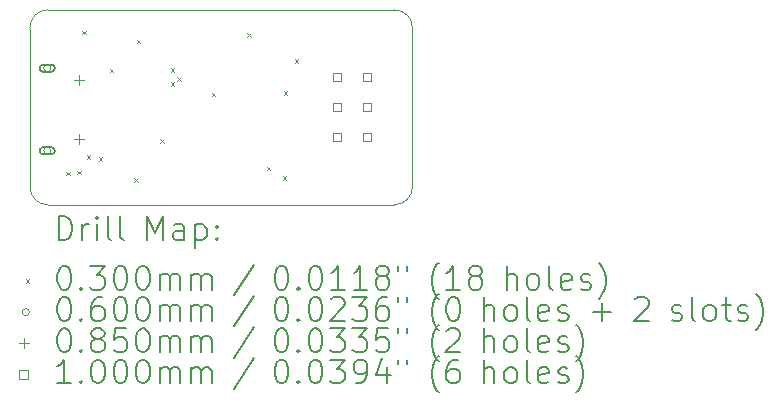
<source format=gbr>
%TF.GenerationSoftware,KiCad,Pcbnew,(7.0.0)*%
%TF.CreationDate,2024-01-19T16:55:20+05:30*%
%TF.ProjectId,Programmer,50726f67-7261-46d6-9d65-722e6b696361,rev?*%
%TF.SameCoordinates,Original*%
%TF.FileFunction,Drillmap*%
%TF.FilePolarity,Positive*%
%FSLAX45Y45*%
G04 Gerber Fmt 4.5, Leading zero omitted, Abs format (unit mm)*
G04 Created by KiCad (PCBNEW (7.0.0)) date 2024-01-19 16:55:20*
%MOMM*%
%LPD*%
G01*
G04 APERTURE LIST*
%ADD10C,0.100000*%
%ADD11C,0.200000*%
%ADD12C,0.030000*%
%ADD13C,0.060000*%
%ADD14C,0.085000*%
G04 APERTURE END LIST*
D10*
X17364897Y-10591807D02*
G75*
G03*
X17517297Y-10439400I-7J152407D01*
G01*
X14278430Y-10439400D02*
G75*
G03*
X14430823Y-10591800I152390J-10D01*
G01*
X14278423Y-10439400D02*
X14278423Y-9093200D01*
X14577060Y-8940800D02*
X14430823Y-8940800D01*
X17517297Y-9093200D02*
X17517297Y-10439400D01*
X14430823Y-8940793D02*
G75*
G03*
X14278423Y-9093200I7J-152407D01*
G01*
X14430823Y-10591800D02*
X17364897Y-10591800D01*
X17517290Y-9093200D02*
G75*
G03*
X17364897Y-8940800I-152390J10D01*
G01*
X17364897Y-8940800D02*
X14577060Y-8940800D01*
D11*
D12*
X14584920Y-10310100D02*
X14614920Y-10340100D01*
X14614920Y-10310100D02*
X14584920Y-10340100D01*
X14678900Y-10305020D02*
X14708900Y-10335020D01*
X14708900Y-10305020D02*
X14678900Y-10335020D01*
X14722080Y-9116300D02*
X14752080Y-9146300D01*
X14752080Y-9116300D02*
X14722080Y-9146300D01*
X14757640Y-10172940D02*
X14787640Y-10202940D01*
X14787640Y-10172940D02*
X14757640Y-10202940D01*
X14861780Y-10188180D02*
X14891780Y-10218180D01*
X14891780Y-10188180D02*
X14861780Y-10218180D01*
X14955760Y-9438880D02*
X14985760Y-9468880D01*
X14985760Y-9438880D02*
X14955760Y-9468880D01*
X15161500Y-10365980D02*
X15191500Y-10395980D01*
X15191500Y-10365980D02*
X15161500Y-10395980D01*
X15181820Y-9192500D02*
X15211820Y-9222500D01*
X15211820Y-9192500D02*
X15181820Y-9222500D01*
X15379940Y-10038320D02*
X15409940Y-10068320D01*
X15409940Y-10038320D02*
X15379940Y-10068320D01*
X15468840Y-9433800D02*
X15498840Y-9463800D01*
X15498840Y-9433800D02*
X15468840Y-9463800D01*
X15468840Y-9555720D02*
X15498840Y-9585720D01*
X15498840Y-9555720D02*
X15468840Y-9585720D01*
X15527260Y-9510000D02*
X15557260Y-9540000D01*
X15557260Y-9510000D02*
X15527260Y-9540000D01*
X15819360Y-9644620D02*
X15849360Y-9674620D01*
X15849360Y-9644620D02*
X15819360Y-9674620D01*
X16116540Y-9139160D02*
X16146540Y-9169160D01*
X16146540Y-9139160D02*
X16116540Y-9169160D01*
X16284180Y-10269460D02*
X16314180Y-10299460D01*
X16314180Y-10269460D02*
X16284180Y-10299460D01*
X16418800Y-10348200D02*
X16448800Y-10378200D01*
X16448800Y-10348200D02*
X16418800Y-10378200D01*
X16428960Y-9631920D02*
X16458960Y-9661920D01*
X16458960Y-9631920D02*
X16428960Y-9661920D01*
X16520400Y-9360140D02*
X16550400Y-9390140D01*
X16550400Y-9360140D02*
X16520400Y-9390140D01*
D13*
X14455370Y-9434080D02*
G75*
G03*
X14455370Y-9434080I-30000J0D01*
G01*
D11*
X14390370Y-9464080D02*
X14460370Y-9464080D01*
X14460370Y-9464080D02*
G75*
G03*
X14460370Y-9404080I0J30000D01*
G01*
X14460370Y-9404080D02*
X14390370Y-9404080D01*
X14390370Y-9404080D02*
G75*
G03*
X14390370Y-9464080I0J-30000D01*
G01*
D13*
X14455370Y-10134080D02*
G75*
G03*
X14455370Y-10134080I-30000J0D01*
G01*
D11*
X14460370Y-10104080D02*
X14390370Y-10104080D01*
X14390370Y-10104080D02*
G75*
G03*
X14390370Y-10164080I0J-30000D01*
G01*
X14390370Y-10164080D02*
X14460370Y-10164080D01*
X14460370Y-10164080D02*
G75*
G03*
X14460370Y-10104080I0J30000D01*
G01*
D14*
X14695370Y-9491580D02*
X14695370Y-9576580D01*
X14652870Y-9534080D02*
X14737870Y-9534080D01*
X14695370Y-9991580D02*
X14695370Y-10076580D01*
X14652870Y-10034080D02*
X14737870Y-10034080D01*
D10*
X16913656Y-9542576D02*
X16913656Y-9471864D01*
X16842944Y-9471864D01*
X16842944Y-9542576D01*
X16913656Y-9542576D01*
X16913656Y-9796576D02*
X16913656Y-9725864D01*
X16842944Y-9725864D01*
X16842944Y-9796576D01*
X16913656Y-9796576D01*
X16913656Y-10050576D02*
X16913656Y-9979864D01*
X16842944Y-9979864D01*
X16842944Y-10050576D01*
X16913656Y-10050576D01*
X17167656Y-9542576D02*
X17167656Y-9471864D01*
X17096944Y-9471864D01*
X17096944Y-9542576D01*
X17167656Y-9542576D01*
X17167656Y-9796576D02*
X17167656Y-9725864D01*
X17096944Y-9725864D01*
X17096944Y-9796576D01*
X17167656Y-9796576D01*
X17167656Y-10050576D02*
X17167656Y-9979864D01*
X17096944Y-9979864D01*
X17096944Y-10050576D01*
X17167656Y-10050576D01*
D11*
X14521042Y-10890276D02*
X14521042Y-10690276D01*
X14521042Y-10690276D02*
X14568661Y-10690276D01*
X14568661Y-10690276D02*
X14597233Y-10699800D01*
X14597233Y-10699800D02*
X14616280Y-10718848D01*
X14616280Y-10718848D02*
X14625804Y-10737895D01*
X14625804Y-10737895D02*
X14635328Y-10775990D01*
X14635328Y-10775990D02*
X14635328Y-10804562D01*
X14635328Y-10804562D02*
X14625804Y-10842657D01*
X14625804Y-10842657D02*
X14616280Y-10861705D01*
X14616280Y-10861705D02*
X14597233Y-10880752D01*
X14597233Y-10880752D02*
X14568661Y-10890276D01*
X14568661Y-10890276D02*
X14521042Y-10890276D01*
X14721042Y-10890276D02*
X14721042Y-10756943D01*
X14721042Y-10795038D02*
X14730566Y-10775990D01*
X14730566Y-10775990D02*
X14740090Y-10766467D01*
X14740090Y-10766467D02*
X14759137Y-10756943D01*
X14759137Y-10756943D02*
X14778185Y-10756943D01*
X14844852Y-10890276D02*
X14844852Y-10756943D01*
X14844852Y-10690276D02*
X14835328Y-10699800D01*
X14835328Y-10699800D02*
X14844852Y-10709324D01*
X14844852Y-10709324D02*
X14854375Y-10699800D01*
X14854375Y-10699800D02*
X14844852Y-10690276D01*
X14844852Y-10690276D02*
X14844852Y-10709324D01*
X14968661Y-10890276D02*
X14949613Y-10880752D01*
X14949613Y-10880752D02*
X14940090Y-10861705D01*
X14940090Y-10861705D02*
X14940090Y-10690276D01*
X15073423Y-10890276D02*
X15054375Y-10880752D01*
X15054375Y-10880752D02*
X15044852Y-10861705D01*
X15044852Y-10861705D02*
X15044852Y-10690276D01*
X15269613Y-10890276D02*
X15269613Y-10690276D01*
X15269613Y-10690276D02*
X15336280Y-10833133D01*
X15336280Y-10833133D02*
X15402947Y-10690276D01*
X15402947Y-10690276D02*
X15402947Y-10890276D01*
X15583899Y-10890276D02*
X15583899Y-10785514D01*
X15583899Y-10785514D02*
X15574375Y-10766467D01*
X15574375Y-10766467D02*
X15555328Y-10756943D01*
X15555328Y-10756943D02*
X15517232Y-10756943D01*
X15517232Y-10756943D02*
X15498185Y-10766467D01*
X15583899Y-10880752D02*
X15564852Y-10890276D01*
X15564852Y-10890276D02*
X15517232Y-10890276D01*
X15517232Y-10890276D02*
X15498185Y-10880752D01*
X15498185Y-10880752D02*
X15488661Y-10861705D01*
X15488661Y-10861705D02*
X15488661Y-10842657D01*
X15488661Y-10842657D02*
X15498185Y-10823610D01*
X15498185Y-10823610D02*
X15517232Y-10814086D01*
X15517232Y-10814086D02*
X15564852Y-10814086D01*
X15564852Y-10814086D02*
X15583899Y-10804562D01*
X15679137Y-10756943D02*
X15679137Y-10956943D01*
X15679137Y-10766467D02*
X15698185Y-10756943D01*
X15698185Y-10756943D02*
X15736280Y-10756943D01*
X15736280Y-10756943D02*
X15755328Y-10766467D01*
X15755328Y-10766467D02*
X15764852Y-10775990D01*
X15764852Y-10775990D02*
X15774375Y-10795038D01*
X15774375Y-10795038D02*
X15774375Y-10852181D01*
X15774375Y-10852181D02*
X15764852Y-10871229D01*
X15764852Y-10871229D02*
X15755328Y-10880752D01*
X15755328Y-10880752D02*
X15736280Y-10890276D01*
X15736280Y-10890276D02*
X15698185Y-10890276D01*
X15698185Y-10890276D02*
X15679137Y-10880752D01*
X15860090Y-10871229D02*
X15869613Y-10880752D01*
X15869613Y-10880752D02*
X15860090Y-10890276D01*
X15860090Y-10890276D02*
X15850566Y-10880752D01*
X15850566Y-10880752D02*
X15860090Y-10871229D01*
X15860090Y-10871229D02*
X15860090Y-10890276D01*
X15860090Y-10766467D02*
X15869613Y-10775990D01*
X15869613Y-10775990D02*
X15860090Y-10785514D01*
X15860090Y-10785514D02*
X15850566Y-10775990D01*
X15850566Y-10775990D02*
X15860090Y-10766467D01*
X15860090Y-10766467D02*
X15860090Y-10785514D01*
D12*
X14243423Y-11221800D02*
X14273423Y-11251800D01*
X14273423Y-11221800D02*
X14243423Y-11251800D01*
D11*
X14559137Y-11110276D02*
X14578185Y-11110276D01*
X14578185Y-11110276D02*
X14597233Y-11119800D01*
X14597233Y-11119800D02*
X14606756Y-11129324D01*
X14606756Y-11129324D02*
X14616280Y-11148371D01*
X14616280Y-11148371D02*
X14625804Y-11186467D01*
X14625804Y-11186467D02*
X14625804Y-11234086D01*
X14625804Y-11234086D02*
X14616280Y-11272181D01*
X14616280Y-11272181D02*
X14606756Y-11291228D01*
X14606756Y-11291228D02*
X14597233Y-11300752D01*
X14597233Y-11300752D02*
X14578185Y-11310276D01*
X14578185Y-11310276D02*
X14559137Y-11310276D01*
X14559137Y-11310276D02*
X14540090Y-11300752D01*
X14540090Y-11300752D02*
X14530566Y-11291228D01*
X14530566Y-11291228D02*
X14521042Y-11272181D01*
X14521042Y-11272181D02*
X14511518Y-11234086D01*
X14511518Y-11234086D02*
X14511518Y-11186467D01*
X14511518Y-11186467D02*
X14521042Y-11148371D01*
X14521042Y-11148371D02*
X14530566Y-11129324D01*
X14530566Y-11129324D02*
X14540090Y-11119800D01*
X14540090Y-11119800D02*
X14559137Y-11110276D01*
X14711518Y-11291228D02*
X14721042Y-11300752D01*
X14721042Y-11300752D02*
X14711518Y-11310276D01*
X14711518Y-11310276D02*
X14701994Y-11300752D01*
X14701994Y-11300752D02*
X14711518Y-11291228D01*
X14711518Y-11291228D02*
X14711518Y-11310276D01*
X14787709Y-11110276D02*
X14911518Y-11110276D01*
X14911518Y-11110276D02*
X14844852Y-11186467D01*
X14844852Y-11186467D02*
X14873423Y-11186467D01*
X14873423Y-11186467D02*
X14892471Y-11195990D01*
X14892471Y-11195990D02*
X14901994Y-11205514D01*
X14901994Y-11205514D02*
X14911518Y-11224562D01*
X14911518Y-11224562D02*
X14911518Y-11272181D01*
X14911518Y-11272181D02*
X14901994Y-11291228D01*
X14901994Y-11291228D02*
X14892471Y-11300752D01*
X14892471Y-11300752D02*
X14873423Y-11310276D01*
X14873423Y-11310276D02*
X14816280Y-11310276D01*
X14816280Y-11310276D02*
X14797233Y-11300752D01*
X14797233Y-11300752D02*
X14787709Y-11291228D01*
X15035328Y-11110276D02*
X15054375Y-11110276D01*
X15054375Y-11110276D02*
X15073423Y-11119800D01*
X15073423Y-11119800D02*
X15082947Y-11129324D01*
X15082947Y-11129324D02*
X15092471Y-11148371D01*
X15092471Y-11148371D02*
X15101994Y-11186467D01*
X15101994Y-11186467D02*
X15101994Y-11234086D01*
X15101994Y-11234086D02*
X15092471Y-11272181D01*
X15092471Y-11272181D02*
X15082947Y-11291228D01*
X15082947Y-11291228D02*
X15073423Y-11300752D01*
X15073423Y-11300752D02*
X15054375Y-11310276D01*
X15054375Y-11310276D02*
X15035328Y-11310276D01*
X15035328Y-11310276D02*
X15016280Y-11300752D01*
X15016280Y-11300752D02*
X15006756Y-11291228D01*
X15006756Y-11291228D02*
X14997233Y-11272181D01*
X14997233Y-11272181D02*
X14987709Y-11234086D01*
X14987709Y-11234086D02*
X14987709Y-11186467D01*
X14987709Y-11186467D02*
X14997233Y-11148371D01*
X14997233Y-11148371D02*
X15006756Y-11129324D01*
X15006756Y-11129324D02*
X15016280Y-11119800D01*
X15016280Y-11119800D02*
X15035328Y-11110276D01*
X15225804Y-11110276D02*
X15244852Y-11110276D01*
X15244852Y-11110276D02*
X15263899Y-11119800D01*
X15263899Y-11119800D02*
X15273423Y-11129324D01*
X15273423Y-11129324D02*
X15282947Y-11148371D01*
X15282947Y-11148371D02*
X15292471Y-11186467D01*
X15292471Y-11186467D02*
X15292471Y-11234086D01*
X15292471Y-11234086D02*
X15282947Y-11272181D01*
X15282947Y-11272181D02*
X15273423Y-11291228D01*
X15273423Y-11291228D02*
X15263899Y-11300752D01*
X15263899Y-11300752D02*
X15244852Y-11310276D01*
X15244852Y-11310276D02*
X15225804Y-11310276D01*
X15225804Y-11310276D02*
X15206756Y-11300752D01*
X15206756Y-11300752D02*
X15197233Y-11291228D01*
X15197233Y-11291228D02*
X15187709Y-11272181D01*
X15187709Y-11272181D02*
X15178185Y-11234086D01*
X15178185Y-11234086D02*
X15178185Y-11186467D01*
X15178185Y-11186467D02*
X15187709Y-11148371D01*
X15187709Y-11148371D02*
X15197233Y-11129324D01*
X15197233Y-11129324D02*
X15206756Y-11119800D01*
X15206756Y-11119800D02*
X15225804Y-11110276D01*
X15378185Y-11310276D02*
X15378185Y-11176943D01*
X15378185Y-11195990D02*
X15387709Y-11186467D01*
X15387709Y-11186467D02*
X15406756Y-11176943D01*
X15406756Y-11176943D02*
X15435328Y-11176943D01*
X15435328Y-11176943D02*
X15454375Y-11186467D01*
X15454375Y-11186467D02*
X15463899Y-11205514D01*
X15463899Y-11205514D02*
X15463899Y-11310276D01*
X15463899Y-11205514D02*
X15473423Y-11186467D01*
X15473423Y-11186467D02*
X15492471Y-11176943D01*
X15492471Y-11176943D02*
X15521042Y-11176943D01*
X15521042Y-11176943D02*
X15540090Y-11186467D01*
X15540090Y-11186467D02*
X15549614Y-11205514D01*
X15549614Y-11205514D02*
X15549614Y-11310276D01*
X15644852Y-11310276D02*
X15644852Y-11176943D01*
X15644852Y-11195990D02*
X15654375Y-11186467D01*
X15654375Y-11186467D02*
X15673423Y-11176943D01*
X15673423Y-11176943D02*
X15701995Y-11176943D01*
X15701995Y-11176943D02*
X15721042Y-11186467D01*
X15721042Y-11186467D02*
X15730566Y-11205514D01*
X15730566Y-11205514D02*
X15730566Y-11310276D01*
X15730566Y-11205514D02*
X15740090Y-11186467D01*
X15740090Y-11186467D02*
X15759137Y-11176943D01*
X15759137Y-11176943D02*
X15787709Y-11176943D01*
X15787709Y-11176943D02*
X15806756Y-11186467D01*
X15806756Y-11186467D02*
X15816280Y-11205514D01*
X15816280Y-11205514D02*
X15816280Y-11310276D01*
X16174375Y-11100752D02*
X16002947Y-11357895D01*
X16399137Y-11110276D02*
X16418185Y-11110276D01*
X16418185Y-11110276D02*
X16437233Y-11119800D01*
X16437233Y-11119800D02*
X16446756Y-11129324D01*
X16446756Y-11129324D02*
X16456280Y-11148371D01*
X16456280Y-11148371D02*
X16465804Y-11186467D01*
X16465804Y-11186467D02*
X16465804Y-11234086D01*
X16465804Y-11234086D02*
X16456280Y-11272181D01*
X16456280Y-11272181D02*
X16446756Y-11291228D01*
X16446756Y-11291228D02*
X16437233Y-11300752D01*
X16437233Y-11300752D02*
X16418185Y-11310276D01*
X16418185Y-11310276D02*
X16399137Y-11310276D01*
X16399137Y-11310276D02*
X16380090Y-11300752D01*
X16380090Y-11300752D02*
X16370566Y-11291228D01*
X16370566Y-11291228D02*
X16361042Y-11272181D01*
X16361042Y-11272181D02*
X16351518Y-11234086D01*
X16351518Y-11234086D02*
X16351518Y-11186467D01*
X16351518Y-11186467D02*
X16361042Y-11148371D01*
X16361042Y-11148371D02*
X16370566Y-11129324D01*
X16370566Y-11129324D02*
X16380090Y-11119800D01*
X16380090Y-11119800D02*
X16399137Y-11110276D01*
X16551518Y-11291228D02*
X16561042Y-11300752D01*
X16561042Y-11300752D02*
X16551518Y-11310276D01*
X16551518Y-11310276D02*
X16541995Y-11300752D01*
X16541995Y-11300752D02*
X16551518Y-11291228D01*
X16551518Y-11291228D02*
X16551518Y-11310276D01*
X16684852Y-11110276D02*
X16703899Y-11110276D01*
X16703899Y-11110276D02*
X16722947Y-11119800D01*
X16722947Y-11119800D02*
X16732471Y-11129324D01*
X16732471Y-11129324D02*
X16741995Y-11148371D01*
X16741995Y-11148371D02*
X16751518Y-11186467D01*
X16751518Y-11186467D02*
X16751518Y-11234086D01*
X16751518Y-11234086D02*
X16741995Y-11272181D01*
X16741995Y-11272181D02*
X16732471Y-11291228D01*
X16732471Y-11291228D02*
X16722947Y-11300752D01*
X16722947Y-11300752D02*
X16703899Y-11310276D01*
X16703899Y-11310276D02*
X16684852Y-11310276D01*
X16684852Y-11310276D02*
X16665804Y-11300752D01*
X16665804Y-11300752D02*
X16656280Y-11291228D01*
X16656280Y-11291228D02*
X16646756Y-11272181D01*
X16646756Y-11272181D02*
X16637233Y-11234086D01*
X16637233Y-11234086D02*
X16637233Y-11186467D01*
X16637233Y-11186467D02*
X16646756Y-11148371D01*
X16646756Y-11148371D02*
X16656280Y-11129324D01*
X16656280Y-11129324D02*
X16665804Y-11119800D01*
X16665804Y-11119800D02*
X16684852Y-11110276D01*
X16941995Y-11310276D02*
X16827709Y-11310276D01*
X16884852Y-11310276D02*
X16884852Y-11110276D01*
X16884852Y-11110276D02*
X16865804Y-11138848D01*
X16865804Y-11138848D02*
X16846757Y-11157895D01*
X16846757Y-11157895D02*
X16827709Y-11167419D01*
X17132471Y-11310276D02*
X17018185Y-11310276D01*
X17075328Y-11310276D02*
X17075328Y-11110276D01*
X17075328Y-11110276D02*
X17056280Y-11138848D01*
X17056280Y-11138848D02*
X17037233Y-11157895D01*
X17037233Y-11157895D02*
X17018185Y-11167419D01*
X17246757Y-11195990D02*
X17227709Y-11186467D01*
X17227709Y-11186467D02*
X17218185Y-11176943D01*
X17218185Y-11176943D02*
X17208661Y-11157895D01*
X17208661Y-11157895D02*
X17208661Y-11148371D01*
X17208661Y-11148371D02*
X17218185Y-11129324D01*
X17218185Y-11129324D02*
X17227709Y-11119800D01*
X17227709Y-11119800D02*
X17246757Y-11110276D01*
X17246757Y-11110276D02*
X17284852Y-11110276D01*
X17284852Y-11110276D02*
X17303899Y-11119800D01*
X17303899Y-11119800D02*
X17313423Y-11129324D01*
X17313423Y-11129324D02*
X17322947Y-11148371D01*
X17322947Y-11148371D02*
X17322947Y-11157895D01*
X17322947Y-11157895D02*
X17313423Y-11176943D01*
X17313423Y-11176943D02*
X17303899Y-11186467D01*
X17303899Y-11186467D02*
X17284852Y-11195990D01*
X17284852Y-11195990D02*
X17246757Y-11195990D01*
X17246757Y-11195990D02*
X17227709Y-11205514D01*
X17227709Y-11205514D02*
X17218185Y-11215038D01*
X17218185Y-11215038D02*
X17208661Y-11234086D01*
X17208661Y-11234086D02*
X17208661Y-11272181D01*
X17208661Y-11272181D02*
X17218185Y-11291228D01*
X17218185Y-11291228D02*
X17227709Y-11300752D01*
X17227709Y-11300752D02*
X17246757Y-11310276D01*
X17246757Y-11310276D02*
X17284852Y-11310276D01*
X17284852Y-11310276D02*
X17303899Y-11300752D01*
X17303899Y-11300752D02*
X17313423Y-11291228D01*
X17313423Y-11291228D02*
X17322947Y-11272181D01*
X17322947Y-11272181D02*
X17322947Y-11234086D01*
X17322947Y-11234086D02*
X17313423Y-11215038D01*
X17313423Y-11215038D02*
X17303899Y-11205514D01*
X17303899Y-11205514D02*
X17284852Y-11195990D01*
X17399138Y-11110276D02*
X17399138Y-11148371D01*
X17475328Y-11110276D02*
X17475328Y-11148371D01*
X17738185Y-11386467D02*
X17728661Y-11376943D01*
X17728661Y-11376943D02*
X17709614Y-11348371D01*
X17709614Y-11348371D02*
X17700090Y-11329324D01*
X17700090Y-11329324D02*
X17690566Y-11300752D01*
X17690566Y-11300752D02*
X17681042Y-11253133D01*
X17681042Y-11253133D02*
X17681042Y-11215038D01*
X17681042Y-11215038D02*
X17690566Y-11167419D01*
X17690566Y-11167419D02*
X17700090Y-11138848D01*
X17700090Y-11138848D02*
X17709614Y-11119800D01*
X17709614Y-11119800D02*
X17728661Y-11091229D01*
X17728661Y-11091229D02*
X17738185Y-11081705D01*
X17919138Y-11310276D02*
X17804852Y-11310276D01*
X17861995Y-11310276D02*
X17861995Y-11110276D01*
X17861995Y-11110276D02*
X17842947Y-11138848D01*
X17842947Y-11138848D02*
X17823899Y-11157895D01*
X17823899Y-11157895D02*
X17804852Y-11167419D01*
X18033423Y-11195990D02*
X18014376Y-11186467D01*
X18014376Y-11186467D02*
X18004852Y-11176943D01*
X18004852Y-11176943D02*
X17995328Y-11157895D01*
X17995328Y-11157895D02*
X17995328Y-11148371D01*
X17995328Y-11148371D02*
X18004852Y-11129324D01*
X18004852Y-11129324D02*
X18014376Y-11119800D01*
X18014376Y-11119800D02*
X18033423Y-11110276D01*
X18033423Y-11110276D02*
X18071519Y-11110276D01*
X18071519Y-11110276D02*
X18090566Y-11119800D01*
X18090566Y-11119800D02*
X18100090Y-11129324D01*
X18100090Y-11129324D02*
X18109614Y-11148371D01*
X18109614Y-11148371D02*
X18109614Y-11157895D01*
X18109614Y-11157895D02*
X18100090Y-11176943D01*
X18100090Y-11176943D02*
X18090566Y-11186467D01*
X18090566Y-11186467D02*
X18071519Y-11195990D01*
X18071519Y-11195990D02*
X18033423Y-11195990D01*
X18033423Y-11195990D02*
X18014376Y-11205514D01*
X18014376Y-11205514D02*
X18004852Y-11215038D01*
X18004852Y-11215038D02*
X17995328Y-11234086D01*
X17995328Y-11234086D02*
X17995328Y-11272181D01*
X17995328Y-11272181D02*
X18004852Y-11291228D01*
X18004852Y-11291228D02*
X18014376Y-11300752D01*
X18014376Y-11300752D02*
X18033423Y-11310276D01*
X18033423Y-11310276D02*
X18071519Y-11310276D01*
X18071519Y-11310276D02*
X18090566Y-11300752D01*
X18090566Y-11300752D02*
X18100090Y-11291228D01*
X18100090Y-11291228D02*
X18109614Y-11272181D01*
X18109614Y-11272181D02*
X18109614Y-11234086D01*
X18109614Y-11234086D02*
X18100090Y-11215038D01*
X18100090Y-11215038D02*
X18090566Y-11205514D01*
X18090566Y-11205514D02*
X18071519Y-11195990D01*
X18315328Y-11310276D02*
X18315328Y-11110276D01*
X18401042Y-11310276D02*
X18401042Y-11205514D01*
X18401042Y-11205514D02*
X18391519Y-11186467D01*
X18391519Y-11186467D02*
X18372471Y-11176943D01*
X18372471Y-11176943D02*
X18343899Y-11176943D01*
X18343899Y-11176943D02*
X18324852Y-11186467D01*
X18324852Y-11186467D02*
X18315328Y-11195990D01*
X18524852Y-11310276D02*
X18505804Y-11300752D01*
X18505804Y-11300752D02*
X18496280Y-11291228D01*
X18496280Y-11291228D02*
X18486757Y-11272181D01*
X18486757Y-11272181D02*
X18486757Y-11215038D01*
X18486757Y-11215038D02*
X18496280Y-11195990D01*
X18496280Y-11195990D02*
X18505804Y-11186467D01*
X18505804Y-11186467D02*
X18524852Y-11176943D01*
X18524852Y-11176943D02*
X18553423Y-11176943D01*
X18553423Y-11176943D02*
X18572471Y-11186467D01*
X18572471Y-11186467D02*
X18581995Y-11195990D01*
X18581995Y-11195990D02*
X18591519Y-11215038D01*
X18591519Y-11215038D02*
X18591519Y-11272181D01*
X18591519Y-11272181D02*
X18581995Y-11291228D01*
X18581995Y-11291228D02*
X18572471Y-11300752D01*
X18572471Y-11300752D02*
X18553423Y-11310276D01*
X18553423Y-11310276D02*
X18524852Y-11310276D01*
X18705804Y-11310276D02*
X18686757Y-11300752D01*
X18686757Y-11300752D02*
X18677233Y-11281705D01*
X18677233Y-11281705D02*
X18677233Y-11110276D01*
X18858185Y-11300752D02*
X18839138Y-11310276D01*
X18839138Y-11310276D02*
X18801042Y-11310276D01*
X18801042Y-11310276D02*
X18781995Y-11300752D01*
X18781995Y-11300752D02*
X18772471Y-11281705D01*
X18772471Y-11281705D02*
X18772471Y-11205514D01*
X18772471Y-11205514D02*
X18781995Y-11186467D01*
X18781995Y-11186467D02*
X18801042Y-11176943D01*
X18801042Y-11176943D02*
X18839138Y-11176943D01*
X18839138Y-11176943D02*
X18858185Y-11186467D01*
X18858185Y-11186467D02*
X18867709Y-11205514D01*
X18867709Y-11205514D02*
X18867709Y-11224562D01*
X18867709Y-11224562D02*
X18772471Y-11243609D01*
X18943900Y-11300752D02*
X18962947Y-11310276D01*
X18962947Y-11310276D02*
X19001042Y-11310276D01*
X19001042Y-11310276D02*
X19020090Y-11300752D01*
X19020090Y-11300752D02*
X19029614Y-11281705D01*
X19029614Y-11281705D02*
X19029614Y-11272181D01*
X19029614Y-11272181D02*
X19020090Y-11253133D01*
X19020090Y-11253133D02*
X19001042Y-11243609D01*
X19001042Y-11243609D02*
X18972471Y-11243609D01*
X18972471Y-11243609D02*
X18953423Y-11234086D01*
X18953423Y-11234086D02*
X18943900Y-11215038D01*
X18943900Y-11215038D02*
X18943900Y-11205514D01*
X18943900Y-11205514D02*
X18953423Y-11186467D01*
X18953423Y-11186467D02*
X18972471Y-11176943D01*
X18972471Y-11176943D02*
X19001042Y-11176943D01*
X19001042Y-11176943D02*
X19020090Y-11186467D01*
X19096281Y-11386467D02*
X19105804Y-11376943D01*
X19105804Y-11376943D02*
X19124852Y-11348371D01*
X19124852Y-11348371D02*
X19134376Y-11329324D01*
X19134376Y-11329324D02*
X19143900Y-11300752D01*
X19143900Y-11300752D02*
X19153423Y-11253133D01*
X19153423Y-11253133D02*
X19153423Y-11215038D01*
X19153423Y-11215038D02*
X19143900Y-11167419D01*
X19143900Y-11167419D02*
X19134376Y-11138848D01*
X19134376Y-11138848D02*
X19124852Y-11119800D01*
X19124852Y-11119800D02*
X19105804Y-11091229D01*
X19105804Y-11091229D02*
X19096281Y-11081705D01*
D13*
X14273423Y-11500800D02*
G75*
G03*
X14273423Y-11500800I-30000J0D01*
G01*
D11*
X14559137Y-11374276D02*
X14578185Y-11374276D01*
X14578185Y-11374276D02*
X14597233Y-11383800D01*
X14597233Y-11383800D02*
X14606756Y-11393324D01*
X14606756Y-11393324D02*
X14616280Y-11412371D01*
X14616280Y-11412371D02*
X14625804Y-11450467D01*
X14625804Y-11450467D02*
X14625804Y-11498086D01*
X14625804Y-11498086D02*
X14616280Y-11536181D01*
X14616280Y-11536181D02*
X14606756Y-11555228D01*
X14606756Y-11555228D02*
X14597233Y-11564752D01*
X14597233Y-11564752D02*
X14578185Y-11574276D01*
X14578185Y-11574276D02*
X14559137Y-11574276D01*
X14559137Y-11574276D02*
X14540090Y-11564752D01*
X14540090Y-11564752D02*
X14530566Y-11555228D01*
X14530566Y-11555228D02*
X14521042Y-11536181D01*
X14521042Y-11536181D02*
X14511518Y-11498086D01*
X14511518Y-11498086D02*
X14511518Y-11450467D01*
X14511518Y-11450467D02*
X14521042Y-11412371D01*
X14521042Y-11412371D02*
X14530566Y-11393324D01*
X14530566Y-11393324D02*
X14540090Y-11383800D01*
X14540090Y-11383800D02*
X14559137Y-11374276D01*
X14711518Y-11555228D02*
X14721042Y-11564752D01*
X14721042Y-11564752D02*
X14711518Y-11574276D01*
X14711518Y-11574276D02*
X14701994Y-11564752D01*
X14701994Y-11564752D02*
X14711518Y-11555228D01*
X14711518Y-11555228D02*
X14711518Y-11574276D01*
X14892471Y-11374276D02*
X14854375Y-11374276D01*
X14854375Y-11374276D02*
X14835328Y-11383800D01*
X14835328Y-11383800D02*
X14825804Y-11393324D01*
X14825804Y-11393324D02*
X14806756Y-11421895D01*
X14806756Y-11421895D02*
X14797233Y-11459990D01*
X14797233Y-11459990D02*
X14797233Y-11536181D01*
X14797233Y-11536181D02*
X14806756Y-11555228D01*
X14806756Y-11555228D02*
X14816280Y-11564752D01*
X14816280Y-11564752D02*
X14835328Y-11574276D01*
X14835328Y-11574276D02*
X14873423Y-11574276D01*
X14873423Y-11574276D02*
X14892471Y-11564752D01*
X14892471Y-11564752D02*
X14901994Y-11555228D01*
X14901994Y-11555228D02*
X14911518Y-11536181D01*
X14911518Y-11536181D02*
X14911518Y-11488562D01*
X14911518Y-11488562D02*
X14901994Y-11469514D01*
X14901994Y-11469514D02*
X14892471Y-11459990D01*
X14892471Y-11459990D02*
X14873423Y-11450467D01*
X14873423Y-11450467D02*
X14835328Y-11450467D01*
X14835328Y-11450467D02*
X14816280Y-11459990D01*
X14816280Y-11459990D02*
X14806756Y-11469514D01*
X14806756Y-11469514D02*
X14797233Y-11488562D01*
X15035328Y-11374276D02*
X15054375Y-11374276D01*
X15054375Y-11374276D02*
X15073423Y-11383800D01*
X15073423Y-11383800D02*
X15082947Y-11393324D01*
X15082947Y-11393324D02*
X15092471Y-11412371D01*
X15092471Y-11412371D02*
X15101994Y-11450467D01*
X15101994Y-11450467D02*
X15101994Y-11498086D01*
X15101994Y-11498086D02*
X15092471Y-11536181D01*
X15092471Y-11536181D02*
X15082947Y-11555228D01*
X15082947Y-11555228D02*
X15073423Y-11564752D01*
X15073423Y-11564752D02*
X15054375Y-11574276D01*
X15054375Y-11574276D02*
X15035328Y-11574276D01*
X15035328Y-11574276D02*
X15016280Y-11564752D01*
X15016280Y-11564752D02*
X15006756Y-11555228D01*
X15006756Y-11555228D02*
X14997233Y-11536181D01*
X14997233Y-11536181D02*
X14987709Y-11498086D01*
X14987709Y-11498086D02*
X14987709Y-11450467D01*
X14987709Y-11450467D02*
X14997233Y-11412371D01*
X14997233Y-11412371D02*
X15006756Y-11393324D01*
X15006756Y-11393324D02*
X15016280Y-11383800D01*
X15016280Y-11383800D02*
X15035328Y-11374276D01*
X15225804Y-11374276D02*
X15244852Y-11374276D01*
X15244852Y-11374276D02*
X15263899Y-11383800D01*
X15263899Y-11383800D02*
X15273423Y-11393324D01*
X15273423Y-11393324D02*
X15282947Y-11412371D01*
X15282947Y-11412371D02*
X15292471Y-11450467D01*
X15292471Y-11450467D02*
X15292471Y-11498086D01*
X15292471Y-11498086D02*
X15282947Y-11536181D01*
X15282947Y-11536181D02*
X15273423Y-11555228D01*
X15273423Y-11555228D02*
X15263899Y-11564752D01*
X15263899Y-11564752D02*
X15244852Y-11574276D01*
X15244852Y-11574276D02*
X15225804Y-11574276D01*
X15225804Y-11574276D02*
X15206756Y-11564752D01*
X15206756Y-11564752D02*
X15197233Y-11555228D01*
X15197233Y-11555228D02*
X15187709Y-11536181D01*
X15187709Y-11536181D02*
X15178185Y-11498086D01*
X15178185Y-11498086D02*
X15178185Y-11450467D01*
X15178185Y-11450467D02*
X15187709Y-11412371D01*
X15187709Y-11412371D02*
X15197233Y-11393324D01*
X15197233Y-11393324D02*
X15206756Y-11383800D01*
X15206756Y-11383800D02*
X15225804Y-11374276D01*
X15378185Y-11574276D02*
X15378185Y-11440943D01*
X15378185Y-11459990D02*
X15387709Y-11450467D01*
X15387709Y-11450467D02*
X15406756Y-11440943D01*
X15406756Y-11440943D02*
X15435328Y-11440943D01*
X15435328Y-11440943D02*
X15454375Y-11450467D01*
X15454375Y-11450467D02*
X15463899Y-11469514D01*
X15463899Y-11469514D02*
X15463899Y-11574276D01*
X15463899Y-11469514D02*
X15473423Y-11450467D01*
X15473423Y-11450467D02*
X15492471Y-11440943D01*
X15492471Y-11440943D02*
X15521042Y-11440943D01*
X15521042Y-11440943D02*
X15540090Y-11450467D01*
X15540090Y-11450467D02*
X15549614Y-11469514D01*
X15549614Y-11469514D02*
X15549614Y-11574276D01*
X15644852Y-11574276D02*
X15644852Y-11440943D01*
X15644852Y-11459990D02*
X15654375Y-11450467D01*
X15654375Y-11450467D02*
X15673423Y-11440943D01*
X15673423Y-11440943D02*
X15701995Y-11440943D01*
X15701995Y-11440943D02*
X15721042Y-11450467D01*
X15721042Y-11450467D02*
X15730566Y-11469514D01*
X15730566Y-11469514D02*
X15730566Y-11574276D01*
X15730566Y-11469514D02*
X15740090Y-11450467D01*
X15740090Y-11450467D02*
X15759137Y-11440943D01*
X15759137Y-11440943D02*
X15787709Y-11440943D01*
X15787709Y-11440943D02*
X15806756Y-11450467D01*
X15806756Y-11450467D02*
X15816280Y-11469514D01*
X15816280Y-11469514D02*
X15816280Y-11574276D01*
X16174375Y-11364752D02*
X16002947Y-11621895D01*
X16399137Y-11374276D02*
X16418185Y-11374276D01*
X16418185Y-11374276D02*
X16437233Y-11383800D01*
X16437233Y-11383800D02*
X16446756Y-11393324D01*
X16446756Y-11393324D02*
X16456280Y-11412371D01*
X16456280Y-11412371D02*
X16465804Y-11450467D01*
X16465804Y-11450467D02*
X16465804Y-11498086D01*
X16465804Y-11498086D02*
X16456280Y-11536181D01*
X16456280Y-11536181D02*
X16446756Y-11555228D01*
X16446756Y-11555228D02*
X16437233Y-11564752D01*
X16437233Y-11564752D02*
X16418185Y-11574276D01*
X16418185Y-11574276D02*
X16399137Y-11574276D01*
X16399137Y-11574276D02*
X16380090Y-11564752D01*
X16380090Y-11564752D02*
X16370566Y-11555228D01*
X16370566Y-11555228D02*
X16361042Y-11536181D01*
X16361042Y-11536181D02*
X16351518Y-11498086D01*
X16351518Y-11498086D02*
X16351518Y-11450467D01*
X16351518Y-11450467D02*
X16361042Y-11412371D01*
X16361042Y-11412371D02*
X16370566Y-11393324D01*
X16370566Y-11393324D02*
X16380090Y-11383800D01*
X16380090Y-11383800D02*
X16399137Y-11374276D01*
X16551518Y-11555228D02*
X16561042Y-11564752D01*
X16561042Y-11564752D02*
X16551518Y-11574276D01*
X16551518Y-11574276D02*
X16541995Y-11564752D01*
X16541995Y-11564752D02*
X16551518Y-11555228D01*
X16551518Y-11555228D02*
X16551518Y-11574276D01*
X16684852Y-11374276D02*
X16703899Y-11374276D01*
X16703899Y-11374276D02*
X16722947Y-11383800D01*
X16722947Y-11383800D02*
X16732471Y-11393324D01*
X16732471Y-11393324D02*
X16741995Y-11412371D01*
X16741995Y-11412371D02*
X16751518Y-11450467D01*
X16751518Y-11450467D02*
X16751518Y-11498086D01*
X16751518Y-11498086D02*
X16741995Y-11536181D01*
X16741995Y-11536181D02*
X16732471Y-11555228D01*
X16732471Y-11555228D02*
X16722947Y-11564752D01*
X16722947Y-11564752D02*
X16703899Y-11574276D01*
X16703899Y-11574276D02*
X16684852Y-11574276D01*
X16684852Y-11574276D02*
X16665804Y-11564752D01*
X16665804Y-11564752D02*
X16656280Y-11555228D01*
X16656280Y-11555228D02*
X16646756Y-11536181D01*
X16646756Y-11536181D02*
X16637233Y-11498086D01*
X16637233Y-11498086D02*
X16637233Y-11450467D01*
X16637233Y-11450467D02*
X16646756Y-11412371D01*
X16646756Y-11412371D02*
X16656280Y-11393324D01*
X16656280Y-11393324D02*
X16665804Y-11383800D01*
X16665804Y-11383800D02*
X16684852Y-11374276D01*
X16827709Y-11393324D02*
X16837233Y-11383800D01*
X16837233Y-11383800D02*
X16856280Y-11374276D01*
X16856280Y-11374276D02*
X16903899Y-11374276D01*
X16903899Y-11374276D02*
X16922947Y-11383800D01*
X16922947Y-11383800D02*
X16932471Y-11393324D01*
X16932471Y-11393324D02*
X16941995Y-11412371D01*
X16941995Y-11412371D02*
X16941995Y-11431419D01*
X16941995Y-11431419D02*
X16932471Y-11459990D01*
X16932471Y-11459990D02*
X16818185Y-11574276D01*
X16818185Y-11574276D02*
X16941995Y-11574276D01*
X17008661Y-11374276D02*
X17132471Y-11374276D01*
X17132471Y-11374276D02*
X17065804Y-11450467D01*
X17065804Y-11450467D02*
X17094376Y-11450467D01*
X17094376Y-11450467D02*
X17113423Y-11459990D01*
X17113423Y-11459990D02*
X17122947Y-11469514D01*
X17122947Y-11469514D02*
X17132471Y-11488562D01*
X17132471Y-11488562D02*
X17132471Y-11536181D01*
X17132471Y-11536181D02*
X17122947Y-11555228D01*
X17122947Y-11555228D02*
X17113423Y-11564752D01*
X17113423Y-11564752D02*
X17094376Y-11574276D01*
X17094376Y-11574276D02*
X17037233Y-11574276D01*
X17037233Y-11574276D02*
X17018185Y-11564752D01*
X17018185Y-11564752D02*
X17008661Y-11555228D01*
X17303899Y-11374276D02*
X17265804Y-11374276D01*
X17265804Y-11374276D02*
X17246757Y-11383800D01*
X17246757Y-11383800D02*
X17237233Y-11393324D01*
X17237233Y-11393324D02*
X17218185Y-11421895D01*
X17218185Y-11421895D02*
X17208661Y-11459990D01*
X17208661Y-11459990D02*
X17208661Y-11536181D01*
X17208661Y-11536181D02*
X17218185Y-11555228D01*
X17218185Y-11555228D02*
X17227709Y-11564752D01*
X17227709Y-11564752D02*
X17246757Y-11574276D01*
X17246757Y-11574276D02*
X17284852Y-11574276D01*
X17284852Y-11574276D02*
X17303899Y-11564752D01*
X17303899Y-11564752D02*
X17313423Y-11555228D01*
X17313423Y-11555228D02*
X17322947Y-11536181D01*
X17322947Y-11536181D02*
X17322947Y-11488562D01*
X17322947Y-11488562D02*
X17313423Y-11469514D01*
X17313423Y-11469514D02*
X17303899Y-11459990D01*
X17303899Y-11459990D02*
X17284852Y-11450467D01*
X17284852Y-11450467D02*
X17246757Y-11450467D01*
X17246757Y-11450467D02*
X17227709Y-11459990D01*
X17227709Y-11459990D02*
X17218185Y-11469514D01*
X17218185Y-11469514D02*
X17208661Y-11488562D01*
X17399138Y-11374276D02*
X17399138Y-11412371D01*
X17475328Y-11374276D02*
X17475328Y-11412371D01*
X17738185Y-11650467D02*
X17728661Y-11640943D01*
X17728661Y-11640943D02*
X17709614Y-11612371D01*
X17709614Y-11612371D02*
X17700090Y-11593324D01*
X17700090Y-11593324D02*
X17690566Y-11564752D01*
X17690566Y-11564752D02*
X17681042Y-11517133D01*
X17681042Y-11517133D02*
X17681042Y-11479038D01*
X17681042Y-11479038D02*
X17690566Y-11431419D01*
X17690566Y-11431419D02*
X17700090Y-11402848D01*
X17700090Y-11402848D02*
X17709614Y-11383800D01*
X17709614Y-11383800D02*
X17728661Y-11355228D01*
X17728661Y-11355228D02*
X17738185Y-11345705D01*
X17852471Y-11374276D02*
X17871519Y-11374276D01*
X17871519Y-11374276D02*
X17890566Y-11383800D01*
X17890566Y-11383800D02*
X17900090Y-11393324D01*
X17900090Y-11393324D02*
X17909614Y-11412371D01*
X17909614Y-11412371D02*
X17919138Y-11450467D01*
X17919138Y-11450467D02*
X17919138Y-11498086D01*
X17919138Y-11498086D02*
X17909614Y-11536181D01*
X17909614Y-11536181D02*
X17900090Y-11555228D01*
X17900090Y-11555228D02*
X17890566Y-11564752D01*
X17890566Y-11564752D02*
X17871519Y-11574276D01*
X17871519Y-11574276D02*
X17852471Y-11574276D01*
X17852471Y-11574276D02*
X17833423Y-11564752D01*
X17833423Y-11564752D02*
X17823899Y-11555228D01*
X17823899Y-11555228D02*
X17814376Y-11536181D01*
X17814376Y-11536181D02*
X17804852Y-11498086D01*
X17804852Y-11498086D02*
X17804852Y-11450467D01*
X17804852Y-11450467D02*
X17814376Y-11412371D01*
X17814376Y-11412371D02*
X17823899Y-11393324D01*
X17823899Y-11393324D02*
X17833423Y-11383800D01*
X17833423Y-11383800D02*
X17852471Y-11374276D01*
X18124852Y-11574276D02*
X18124852Y-11374276D01*
X18210566Y-11574276D02*
X18210566Y-11469514D01*
X18210566Y-11469514D02*
X18201042Y-11450467D01*
X18201042Y-11450467D02*
X18181995Y-11440943D01*
X18181995Y-11440943D02*
X18153423Y-11440943D01*
X18153423Y-11440943D02*
X18134376Y-11450467D01*
X18134376Y-11450467D02*
X18124852Y-11459990D01*
X18334376Y-11574276D02*
X18315328Y-11564752D01*
X18315328Y-11564752D02*
X18305804Y-11555228D01*
X18305804Y-11555228D02*
X18296280Y-11536181D01*
X18296280Y-11536181D02*
X18296280Y-11479038D01*
X18296280Y-11479038D02*
X18305804Y-11459990D01*
X18305804Y-11459990D02*
X18315328Y-11450467D01*
X18315328Y-11450467D02*
X18334376Y-11440943D01*
X18334376Y-11440943D02*
X18362947Y-11440943D01*
X18362947Y-11440943D02*
X18381995Y-11450467D01*
X18381995Y-11450467D02*
X18391519Y-11459990D01*
X18391519Y-11459990D02*
X18401042Y-11479038D01*
X18401042Y-11479038D02*
X18401042Y-11536181D01*
X18401042Y-11536181D02*
X18391519Y-11555228D01*
X18391519Y-11555228D02*
X18381995Y-11564752D01*
X18381995Y-11564752D02*
X18362947Y-11574276D01*
X18362947Y-11574276D02*
X18334376Y-11574276D01*
X18515328Y-11574276D02*
X18496280Y-11564752D01*
X18496280Y-11564752D02*
X18486757Y-11545705D01*
X18486757Y-11545705D02*
X18486757Y-11374276D01*
X18667709Y-11564752D02*
X18648661Y-11574276D01*
X18648661Y-11574276D02*
X18610566Y-11574276D01*
X18610566Y-11574276D02*
X18591519Y-11564752D01*
X18591519Y-11564752D02*
X18581995Y-11545705D01*
X18581995Y-11545705D02*
X18581995Y-11469514D01*
X18581995Y-11469514D02*
X18591519Y-11450467D01*
X18591519Y-11450467D02*
X18610566Y-11440943D01*
X18610566Y-11440943D02*
X18648661Y-11440943D01*
X18648661Y-11440943D02*
X18667709Y-11450467D01*
X18667709Y-11450467D02*
X18677233Y-11469514D01*
X18677233Y-11469514D02*
X18677233Y-11488562D01*
X18677233Y-11488562D02*
X18581995Y-11507609D01*
X18753423Y-11564752D02*
X18772471Y-11574276D01*
X18772471Y-11574276D02*
X18810566Y-11574276D01*
X18810566Y-11574276D02*
X18829614Y-11564752D01*
X18829614Y-11564752D02*
X18839138Y-11545705D01*
X18839138Y-11545705D02*
X18839138Y-11536181D01*
X18839138Y-11536181D02*
X18829614Y-11517133D01*
X18829614Y-11517133D02*
X18810566Y-11507609D01*
X18810566Y-11507609D02*
X18781995Y-11507609D01*
X18781995Y-11507609D02*
X18762947Y-11498086D01*
X18762947Y-11498086D02*
X18753423Y-11479038D01*
X18753423Y-11479038D02*
X18753423Y-11469514D01*
X18753423Y-11469514D02*
X18762947Y-11450467D01*
X18762947Y-11450467D02*
X18781995Y-11440943D01*
X18781995Y-11440943D02*
X18810566Y-11440943D01*
X18810566Y-11440943D02*
X18829614Y-11450467D01*
X19044852Y-11498086D02*
X19197233Y-11498086D01*
X19121042Y-11574276D02*
X19121042Y-11421895D01*
X19402947Y-11393324D02*
X19412471Y-11383800D01*
X19412471Y-11383800D02*
X19431519Y-11374276D01*
X19431519Y-11374276D02*
X19479138Y-11374276D01*
X19479138Y-11374276D02*
X19498185Y-11383800D01*
X19498185Y-11383800D02*
X19507709Y-11393324D01*
X19507709Y-11393324D02*
X19517233Y-11412371D01*
X19517233Y-11412371D02*
X19517233Y-11431419D01*
X19517233Y-11431419D02*
X19507709Y-11459990D01*
X19507709Y-11459990D02*
X19393423Y-11574276D01*
X19393423Y-11574276D02*
X19517233Y-11574276D01*
X19713423Y-11564752D02*
X19732471Y-11574276D01*
X19732471Y-11574276D02*
X19770566Y-11574276D01*
X19770566Y-11574276D02*
X19789614Y-11564752D01*
X19789614Y-11564752D02*
X19799138Y-11545705D01*
X19799138Y-11545705D02*
X19799138Y-11536181D01*
X19799138Y-11536181D02*
X19789614Y-11517133D01*
X19789614Y-11517133D02*
X19770566Y-11507609D01*
X19770566Y-11507609D02*
X19741995Y-11507609D01*
X19741995Y-11507609D02*
X19722947Y-11498086D01*
X19722947Y-11498086D02*
X19713423Y-11479038D01*
X19713423Y-11479038D02*
X19713423Y-11469514D01*
X19713423Y-11469514D02*
X19722947Y-11450467D01*
X19722947Y-11450467D02*
X19741995Y-11440943D01*
X19741995Y-11440943D02*
X19770566Y-11440943D01*
X19770566Y-11440943D02*
X19789614Y-11450467D01*
X19913423Y-11574276D02*
X19894376Y-11564752D01*
X19894376Y-11564752D02*
X19884852Y-11545705D01*
X19884852Y-11545705D02*
X19884852Y-11374276D01*
X20018185Y-11574276D02*
X19999138Y-11564752D01*
X19999138Y-11564752D02*
X19989614Y-11555228D01*
X19989614Y-11555228D02*
X19980090Y-11536181D01*
X19980090Y-11536181D02*
X19980090Y-11479038D01*
X19980090Y-11479038D02*
X19989614Y-11459990D01*
X19989614Y-11459990D02*
X19999138Y-11450467D01*
X19999138Y-11450467D02*
X20018185Y-11440943D01*
X20018185Y-11440943D02*
X20046757Y-11440943D01*
X20046757Y-11440943D02*
X20065804Y-11450467D01*
X20065804Y-11450467D02*
X20075328Y-11459990D01*
X20075328Y-11459990D02*
X20084852Y-11479038D01*
X20084852Y-11479038D02*
X20084852Y-11536181D01*
X20084852Y-11536181D02*
X20075328Y-11555228D01*
X20075328Y-11555228D02*
X20065804Y-11564752D01*
X20065804Y-11564752D02*
X20046757Y-11574276D01*
X20046757Y-11574276D02*
X20018185Y-11574276D01*
X20141995Y-11440943D02*
X20218185Y-11440943D01*
X20170566Y-11374276D02*
X20170566Y-11545705D01*
X20170566Y-11545705D02*
X20180090Y-11564752D01*
X20180090Y-11564752D02*
X20199138Y-11574276D01*
X20199138Y-11574276D02*
X20218185Y-11574276D01*
X20275328Y-11564752D02*
X20294376Y-11574276D01*
X20294376Y-11574276D02*
X20332471Y-11574276D01*
X20332471Y-11574276D02*
X20351519Y-11564752D01*
X20351519Y-11564752D02*
X20361042Y-11545705D01*
X20361042Y-11545705D02*
X20361042Y-11536181D01*
X20361042Y-11536181D02*
X20351519Y-11517133D01*
X20351519Y-11517133D02*
X20332471Y-11507609D01*
X20332471Y-11507609D02*
X20303900Y-11507609D01*
X20303900Y-11507609D02*
X20284852Y-11498086D01*
X20284852Y-11498086D02*
X20275328Y-11479038D01*
X20275328Y-11479038D02*
X20275328Y-11469514D01*
X20275328Y-11469514D02*
X20284852Y-11450467D01*
X20284852Y-11450467D02*
X20303900Y-11440943D01*
X20303900Y-11440943D02*
X20332471Y-11440943D01*
X20332471Y-11440943D02*
X20351519Y-11450467D01*
X20427709Y-11650467D02*
X20437233Y-11640943D01*
X20437233Y-11640943D02*
X20456281Y-11612371D01*
X20456281Y-11612371D02*
X20465804Y-11593324D01*
X20465804Y-11593324D02*
X20475328Y-11564752D01*
X20475328Y-11564752D02*
X20484852Y-11517133D01*
X20484852Y-11517133D02*
X20484852Y-11479038D01*
X20484852Y-11479038D02*
X20475328Y-11431419D01*
X20475328Y-11431419D02*
X20465804Y-11402848D01*
X20465804Y-11402848D02*
X20456281Y-11383800D01*
X20456281Y-11383800D02*
X20437233Y-11355228D01*
X20437233Y-11355228D02*
X20427709Y-11345705D01*
D14*
X14230923Y-11722300D02*
X14230923Y-11807300D01*
X14188423Y-11764800D02*
X14273423Y-11764800D01*
D11*
X14559137Y-11638276D02*
X14578185Y-11638276D01*
X14578185Y-11638276D02*
X14597233Y-11647800D01*
X14597233Y-11647800D02*
X14606756Y-11657324D01*
X14606756Y-11657324D02*
X14616280Y-11676371D01*
X14616280Y-11676371D02*
X14625804Y-11714467D01*
X14625804Y-11714467D02*
X14625804Y-11762086D01*
X14625804Y-11762086D02*
X14616280Y-11800181D01*
X14616280Y-11800181D02*
X14606756Y-11819228D01*
X14606756Y-11819228D02*
X14597233Y-11828752D01*
X14597233Y-11828752D02*
X14578185Y-11838276D01*
X14578185Y-11838276D02*
X14559137Y-11838276D01*
X14559137Y-11838276D02*
X14540090Y-11828752D01*
X14540090Y-11828752D02*
X14530566Y-11819228D01*
X14530566Y-11819228D02*
X14521042Y-11800181D01*
X14521042Y-11800181D02*
X14511518Y-11762086D01*
X14511518Y-11762086D02*
X14511518Y-11714467D01*
X14511518Y-11714467D02*
X14521042Y-11676371D01*
X14521042Y-11676371D02*
X14530566Y-11657324D01*
X14530566Y-11657324D02*
X14540090Y-11647800D01*
X14540090Y-11647800D02*
X14559137Y-11638276D01*
X14711518Y-11819228D02*
X14721042Y-11828752D01*
X14721042Y-11828752D02*
X14711518Y-11838276D01*
X14711518Y-11838276D02*
X14701994Y-11828752D01*
X14701994Y-11828752D02*
X14711518Y-11819228D01*
X14711518Y-11819228D02*
X14711518Y-11838276D01*
X14835328Y-11723990D02*
X14816280Y-11714467D01*
X14816280Y-11714467D02*
X14806756Y-11704943D01*
X14806756Y-11704943D02*
X14797233Y-11685895D01*
X14797233Y-11685895D02*
X14797233Y-11676371D01*
X14797233Y-11676371D02*
X14806756Y-11657324D01*
X14806756Y-11657324D02*
X14816280Y-11647800D01*
X14816280Y-11647800D02*
X14835328Y-11638276D01*
X14835328Y-11638276D02*
X14873423Y-11638276D01*
X14873423Y-11638276D02*
X14892471Y-11647800D01*
X14892471Y-11647800D02*
X14901994Y-11657324D01*
X14901994Y-11657324D02*
X14911518Y-11676371D01*
X14911518Y-11676371D02*
X14911518Y-11685895D01*
X14911518Y-11685895D02*
X14901994Y-11704943D01*
X14901994Y-11704943D02*
X14892471Y-11714467D01*
X14892471Y-11714467D02*
X14873423Y-11723990D01*
X14873423Y-11723990D02*
X14835328Y-11723990D01*
X14835328Y-11723990D02*
X14816280Y-11733514D01*
X14816280Y-11733514D02*
X14806756Y-11743038D01*
X14806756Y-11743038D02*
X14797233Y-11762086D01*
X14797233Y-11762086D02*
X14797233Y-11800181D01*
X14797233Y-11800181D02*
X14806756Y-11819228D01*
X14806756Y-11819228D02*
X14816280Y-11828752D01*
X14816280Y-11828752D02*
X14835328Y-11838276D01*
X14835328Y-11838276D02*
X14873423Y-11838276D01*
X14873423Y-11838276D02*
X14892471Y-11828752D01*
X14892471Y-11828752D02*
X14901994Y-11819228D01*
X14901994Y-11819228D02*
X14911518Y-11800181D01*
X14911518Y-11800181D02*
X14911518Y-11762086D01*
X14911518Y-11762086D02*
X14901994Y-11743038D01*
X14901994Y-11743038D02*
X14892471Y-11733514D01*
X14892471Y-11733514D02*
X14873423Y-11723990D01*
X15092471Y-11638276D02*
X14997233Y-11638276D01*
X14997233Y-11638276D02*
X14987709Y-11733514D01*
X14987709Y-11733514D02*
X14997233Y-11723990D01*
X14997233Y-11723990D02*
X15016280Y-11714467D01*
X15016280Y-11714467D02*
X15063899Y-11714467D01*
X15063899Y-11714467D02*
X15082947Y-11723990D01*
X15082947Y-11723990D02*
X15092471Y-11733514D01*
X15092471Y-11733514D02*
X15101994Y-11752562D01*
X15101994Y-11752562D02*
X15101994Y-11800181D01*
X15101994Y-11800181D02*
X15092471Y-11819228D01*
X15092471Y-11819228D02*
X15082947Y-11828752D01*
X15082947Y-11828752D02*
X15063899Y-11838276D01*
X15063899Y-11838276D02*
X15016280Y-11838276D01*
X15016280Y-11838276D02*
X14997233Y-11828752D01*
X14997233Y-11828752D02*
X14987709Y-11819228D01*
X15225804Y-11638276D02*
X15244852Y-11638276D01*
X15244852Y-11638276D02*
X15263899Y-11647800D01*
X15263899Y-11647800D02*
X15273423Y-11657324D01*
X15273423Y-11657324D02*
X15282947Y-11676371D01*
X15282947Y-11676371D02*
X15292471Y-11714467D01*
X15292471Y-11714467D02*
X15292471Y-11762086D01*
X15292471Y-11762086D02*
X15282947Y-11800181D01*
X15282947Y-11800181D02*
X15273423Y-11819228D01*
X15273423Y-11819228D02*
X15263899Y-11828752D01*
X15263899Y-11828752D02*
X15244852Y-11838276D01*
X15244852Y-11838276D02*
X15225804Y-11838276D01*
X15225804Y-11838276D02*
X15206756Y-11828752D01*
X15206756Y-11828752D02*
X15197233Y-11819228D01*
X15197233Y-11819228D02*
X15187709Y-11800181D01*
X15187709Y-11800181D02*
X15178185Y-11762086D01*
X15178185Y-11762086D02*
X15178185Y-11714467D01*
X15178185Y-11714467D02*
X15187709Y-11676371D01*
X15187709Y-11676371D02*
X15197233Y-11657324D01*
X15197233Y-11657324D02*
X15206756Y-11647800D01*
X15206756Y-11647800D02*
X15225804Y-11638276D01*
X15378185Y-11838276D02*
X15378185Y-11704943D01*
X15378185Y-11723990D02*
X15387709Y-11714467D01*
X15387709Y-11714467D02*
X15406756Y-11704943D01*
X15406756Y-11704943D02*
X15435328Y-11704943D01*
X15435328Y-11704943D02*
X15454375Y-11714467D01*
X15454375Y-11714467D02*
X15463899Y-11733514D01*
X15463899Y-11733514D02*
X15463899Y-11838276D01*
X15463899Y-11733514D02*
X15473423Y-11714467D01*
X15473423Y-11714467D02*
X15492471Y-11704943D01*
X15492471Y-11704943D02*
X15521042Y-11704943D01*
X15521042Y-11704943D02*
X15540090Y-11714467D01*
X15540090Y-11714467D02*
X15549614Y-11733514D01*
X15549614Y-11733514D02*
X15549614Y-11838276D01*
X15644852Y-11838276D02*
X15644852Y-11704943D01*
X15644852Y-11723990D02*
X15654375Y-11714467D01*
X15654375Y-11714467D02*
X15673423Y-11704943D01*
X15673423Y-11704943D02*
X15701995Y-11704943D01*
X15701995Y-11704943D02*
X15721042Y-11714467D01*
X15721042Y-11714467D02*
X15730566Y-11733514D01*
X15730566Y-11733514D02*
X15730566Y-11838276D01*
X15730566Y-11733514D02*
X15740090Y-11714467D01*
X15740090Y-11714467D02*
X15759137Y-11704943D01*
X15759137Y-11704943D02*
X15787709Y-11704943D01*
X15787709Y-11704943D02*
X15806756Y-11714467D01*
X15806756Y-11714467D02*
X15816280Y-11733514D01*
X15816280Y-11733514D02*
X15816280Y-11838276D01*
X16174375Y-11628752D02*
X16002947Y-11885895D01*
X16399137Y-11638276D02*
X16418185Y-11638276D01*
X16418185Y-11638276D02*
X16437233Y-11647800D01*
X16437233Y-11647800D02*
X16446756Y-11657324D01*
X16446756Y-11657324D02*
X16456280Y-11676371D01*
X16456280Y-11676371D02*
X16465804Y-11714467D01*
X16465804Y-11714467D02*
X16465804Y-11762086D01*
X16465804Y-11762086D02*
X16456280Y-11800181D01*
X16456280Y-11800181D02*
X16446756Y-11819228D01*
X16446756Y-11819228D02*
X16437233Y-11828752D01*
X16437233Y-11828752D02*
X16418185Y-11838276D01*
X16418185Y-11838276D02*
X16399137Y-11838276D01*
X16399137Y-11838276D02*
X16380090Y-11828752D01*
X16380090Y-11828752D02*
X16370566Y-11819228D01*
X16370566Y-11819228D02*
X16361042Y-11800181D01*
X16361042Y-11800181D02*
X16351518Y-11762086D01*
X16351518Y-11762086D02*
X16351518Y-11714467D01*
X16351518Y-11714467D02*
X16361042Y-11676371D01*
X16361042Y-11676371D02*
X16370566Y-11657324D01*
X16370566Y-11657324D02*
X16380090Y-11647800D01*
X16380090Y-11647800D02*
X16399137Y-11638276D01*
X16551518Y-11819228D02*
X16561042Y-11828752D01*
X16561042Y-11828752D02*
X16551518Y-11838276D01*
X16551518Y-11838276D02*
X16541995Y-11828752D01*
X16541995Y-11828752D02*
X16551518Y-11819228D01*
X16551518Y-11819228D02*
X16551518Y-11838276D01*
X16684852Y-11638276D02*
X16703899Y-11638276D01*
X16703899Y-11638276D02*
X16722947Y-11647800D01*
X16722947Y-11647800D02*
X16732471Y-11657324D01*
X16732471Y-11657324D02*
X16741995Y-11676371D01*
X16741995Y-11676371D02*
X16751518Y-11714467D01*
X16751518Y-11714467D02*
X16751518Y-11762086D01*
X16751518Y-11762086D02*
X16741995Y-11800181D01*
X16741995Y-11800181D02*
X16732471Y-11819228D01*
X16732471Y-11819228D02*
X16722947Y-11828752D01*
X16722947Y-11828752D02*
X16703899Y-11838276D01*
X16703899Y-11838276D02*
X16684852Y-11838276D01*
X16684852Y-11838276D02*
X16665804Y-11828752D01*
X16665804Y-11828752D02*
X16656280Y-11819228D01*
X16656280Y-11819228D02*
X16646756Y-11800181D01*
X16646756Y-11800181D02*
X16637233Y-11762086D01*
X16637233Y-11762086D02*
X16637233Y-11714467D01*
X16637233Y-11714467D02*
X16646756Y-11676371D01*
X16646756Y-11676371D02*
X16656280Y-11657324D01*
X16656280Y-11657324D02*
X16665804Y-11647800D01*
X16665804Y-11647800D02*
X16684852Y-11638276D01*
X16818185Y-11638276D02*
X16941995Y-11638276D01*
X16941995Y-11638276D02*
X16875328Y-11714467D01*
X16875328Y-11714467D02*
X16903899Y-11714467D01*
X16903899Y-11714467D02*
X16922947Y-11723990D01*
X16922947Y-11723990D02*
X16932471Y-11733514D01*
X16932471Y-11733514D02*
X16941995Y-11752562D01*
X16941995Y-11752562D02*
X16941995Y-11800181D01*
X16941995Y-11800181D02*
X16932471Y-11819228D01*
X16932471Y-11819228D02*
X16922947Y-11828752D01*
X16922947Y-11828752D02*
X16903899Y-11838276D01*
X16903899Y-11838276D02*
X16846757Y-11838276D01*
X16846757Y-11838276D02*
X16827709Y-11828752D01*
X16827709Y-11828752D02*
X16818185Y-11819228D01*
X17008661Y-11638276D02*
X17132471Y-11638276D01*
X17132471Y-11638276D02*
X17065804Y-11714467D01*
X17065804Y-11714467D02*
X17094376Y-11714467D01*
X17094376Y-11714467D02*
X17113423Y-11723990D01*
X17113423Y-11723990D02*
X17122947Y-11733514D01*
X17122947Y-11733514D02*
X17132471Y-11752562D01*
X17132471Y-11752562D02*
X17132471Y-11800181D01*
X17132471Y-11800181D02*
X17122947Y-11819228D01*
X17122947Y-11819228D02*
X17113423Y-11828752D01*
X17113423Y-11828752D02*
X17094376Y-11838276D01*
X17094376Y-11838276D02*
X17037233Y-11838276D01*
X17037233Y-11838276D02*
X17018185Y-11828752D01*
X17018185Y-11828752D02*
X17008661Y-11819228D01*
X17313423Y-11638276D02*
X17218185Y-11638276D01*
X17218185Y-11638276D02*
X17208661Y-11733514D01*
X17208661Y-11733514D02*
X17218185Y-11723990D01*
X17218185Y-11723990D02*
X17237233Y-11714467D01*
X17237233Y-11714467D02*
X17284852Y-11714467D01*
X17284852Y-11714467D02*
X17303899Y-11723990D01*
X17303899Y-11723990D02*
X17313423Y-11733514D01*
X17313423Y-11733514D02*
X17322947Y-11752562D01*
X17322947Y-11752562D02*
X17322947Y-11800181D01*
X17322947Y-11800181D02*
X17313423Y-11819228D01*
X17313423Y-11819228D02*
X17303899Y-11828752D01*
X17303899Y-11828752D02*
X17284852Y-11838276D01*
X17284852Y-11838276D02*
X17237233Y-11838276D01*
X17237233Y-11838276D02*
X17218185Y-11828752D01*
X17218185Y-11828752D02*
X17208661Y-11819228D01*
X17399138Y-11638276D02*
X17399138Y-11676371D01*
X17475328Y-11638276D02*
X17475328Y-11676371D01*
X17738185Y-11914467D02*
X17728661Y-11904943D01*
X17728661Y-11904943D02*
X17709614Y-11876371D01*
X17709614Y-11876371D02*
X17700090Y-11857324D01*
X17700090Y-11857324D02*
X17690566Y-11828752D01*
X17690566Y-11828752D02*
X17681042Y-11781133D01*
X17681042Y-11781133D02*
X17681042Y-11743038D01*
X17681042Y-11743038D02*
X17690566Y-11695419D01*
X17690566Y-11695419D02*
X17700090Y-11666848D01*
X17700090Y-11666848D02*
X17709614Y-11647800D01*
X17709614Y-11647800D02*
X17728661Y-11619228D01*
X17728661Y-11619228D02*
X17738185Y-11609705D01*
X17804852Y-11657324D02*
X17814376Y-11647800D01*
X17814376Y-11647800D02*
X17833423Y-11638276D01*
X17833423Y-11638276D02*
X17881042Y-11638276D01*
X17881042Y-11638276D02*
X17900090Y-11647800D01*
X17900090Y-11647800D02*
X17909614Y-11657324D01*
X17909614Y-11657324D02*
X17919138Y-11676371D01*
X17919138Y-11676371D02*
X17919138Y-11695419D01*
X17919138Y-11695419D02*
X17909614Y-11723990D01*
X17909614Y-11723990D02*
X17795328Y-11838276D01*
X17795328Y-11838276D02*
X17919138Y-11838276D01*
X18124852Y-11838276D02*
X18124852Y-11638276D01*
X18210566Y-11838276D02*
X18210566Y-11733514D01*
X18210566Y-11733514D02*
X18201042Y-11714467D01*
X18201042Y-11714467D02*
X18181995Y-11704943D01*
X18181995Y-11704943D02*
X18153423Y-11704943D01*
X18153423Y-11704943D02*
X18134376Y-11714467D01*
X18134376Y-11714467D02*
X18124852Y-11723990D01*
X18334376Y-11838276D02*
X18315328Y-11828752D01*
X18315328Y-11828752D02*
X18305804Y-11819228D01*
X18305804Y-11819228D02*
X18296280Y-11800181D01*
X18296280Y-11800181D02*
X18296280Y-11743038D01*
X18296280Y-11743038D02*
X18305804Y-11723990D01*
X18305804Y-11723990D02*
X18315328Y-11714467D01*
X18315328Y-11714467D02*
X18334376Y-11704943D01*
X18334376Y-11704943D02*
X18362947Y-11704943D01*
X18362947Y-11704943D02*
X18381995Y-11714467D01*
X18381995Y-11714467D02*
X18391519Y-11723990D01*
X18391519Y-11723990D02*
X18401042Y-11743038D01*
X18401042Y-11743038D02*
X18401042Y-11800181D01*
X18401042Y-11800181D02*
X18391519Y-11819228D01*
X18391519Y-11819228D02*
X18381995Y-11828752D01*
X18381995Y-11828752D02*
X18362947Y-11838276D01*
X18362947Y-11838276D02*
X18334376Y-11838276D01*
X18515328Y-11838276D02*
X18496280Y-11828752D01*
X18496280Y-11828752D02*
X18486757Y-11809705D01*
X18486757Y-11809705D02*
X18486757Y-11638276D01*
X18667709Y-11828752D02*
X18648661Y-11838276D01*
X18648661Y-11838276D02*
X18610566Y-11838276D01*
X18610566Y-11838276D02*
X18591519Y-11828752D01*
X18591519Y-11828752D02*
X18581995Y-11809705D01*
X18581995Y-11809705D02*
X18581995Y-11733514D01*
X18581995Y-11733514D02*
X18591519Y-11714467D01*
X18591519Y-11714467D02*
X18610566Y-11704943D01*
X18610566Y-11704943D02*
X18648661Y-11704943D01*
X18648661Y-11704943D02*
X18667709Y-11714467D01*
X18667709Y-11714467D02*
X18677233Y-11733514D01*
X18677233Y-11733514D02*
X18677233Y-11752562D01*
X18677233Y-11752562D02*
X18581995Y-11771609D01*
X18753423Y-11828752D02*
X18772471Y-11838276D01*
X18772471Y-11838276D02*
X18810566Y-11838276D01*
X18810566Y-11838276D02*
X18829614Y-11828752D01*
X18829614Y-11828752D02*
X18839138Y-11809705D01*
X18839138Y-11809705D02*
X18839138Y-11800181D01*
X18839138Y-11800181D02*
X18829614Y-11781133D01*
X18829614Y-11781133D02*
X18810566Y-11771609D01*
X18810566Y-11771609D02*
X18781995Y-11771609D01*
X18781995Y-11771609D02*
X18762947Y-11762086D01*
X18762947Y-11762086D02*
X18753423Y-11743038D01*
X18753423Y-11743038D02*
X18753423Y-11733514D01*
X18753423Y-11733514D02*
X18762947Y-11714467D01*
X18762947Y-11714467D02*
X18781995Y-11704943D01*
X18781995Y-11704943D02*
X18810566Y-11704943D01*
X18810566Y-11704943D02*
X18829614Y-11714467D01*
X18905804Y-11914467D02*
X18915328Y-11904943D01*
X18915328Y-11904943D02*
X18934376Y-11876371D01*
X18934376Y-11876371D02*
X18943900Y-11857324D01*
X18943900Y-11857324D02*
X18953423Y-11828752D01*
X18953423Y-11828752D02*
X18962947Y-11781133D01*
X18962947Y-11781133D02*
X18962947Y-11743038D01*
X18962947Y-11743038D02*
X18953423Y-11695419D01*
X18953423Y-11695419D02*
X18943900Y-11666848D01*
X18943900Y-11666848D02*
X18934376Y-11647800D01*
X18934376Y-11647800D02*
X18915328Y-11619228D01*
X18915328Y-11619228D02*
X18905804Y-11609705D01*
D10*
X14258779Y-12064156D02*
X14258779Y-11993444D01*
X14188067Y-11993444D01*
X14188067Y-12064156D01*
X14258779Y-12064156D01*
D11*
X14625804Y-12102276D02*
X14511518Y-12102276D01*
X14568661Y-12102276D02*
X14568661Y-11902276D01*
X14568661Y-11902276D02*
X14549613Y-11930848D01*
X14549613Y-11930848D02*
X14530566Y-11949895D01*
X14530566Y-11949895D02*
X14511518Y-11959419D01*
X14711518Y-12083228D02*
X14721042Y-12092752D01*
X14721042Y-12092752D02*
X14711518Y-12102276D01*
X14711518Y-12102276D02*
X14701994Y-12092752D01*
X14701994Y-12092752D02*
X14711518Y-12083228D01*
X14711518Y-12083228D02*
X14711518Y-12102276D01*
X14844852Y-11902276D02*
X14863899Y-11902276D01*
X14863899Y-11902276D02*
X14882947Y-11911800D01*
X14882947Y-11911800D02*
X14892471Y-11921324D01*
X14892471Y-11921324D02*
X14901994Y-11940371D01*
X14901994Y-11940371D02*
X14911518Y-11978467D01*
X14911518Y-11978467D02*
X14911518Y-12026086D01*
X14911518Y-12026086D02*
X14901994Y-12064181D01*
X14901994Y-12064181D02*
X14892471Y-12083228D01*
X14892471Y-12083228D02*
X14882947Y-12092752D01*
X14882947Y-12092752D02*
X14863899Y-12102276D01*
X14863899Y-12102276D02*
X14844852Y-12102276D01*
X14844852Y-12102276D02*
X14825804Y-12092752D01*
X14825804Y-12092752D02*
X14816280Y-12083228D01*
X14816280Y-12083228D02*
X14806756Y-12064181D01*
X14806756Y-12064181D02*
X14797233Y-12026086D01*
X14797233Y-12026086D02*
X14797233Y-11978467D01*
X14797233Y-11978467D02*
X14806756Y-11940371D01*
X14806756Y-11940371D02*
X14816280Y-11921324D01*
X14816280Y-11921324D02*
X14825804Y-11911800D01*
X14825804Y-11911800D02*
X14844852Y-11902276D01*
X15035328Y-11902276D02*
X15054375Y-11902276D01*
X15054375Y-11902276D02*
X15073423Y-11911800D01*
X15073423Y-11911800D02*
X15082947Y-11921324D01*
X15082947Y-11921324D02*
X15092471Y-11940371D01*
X15092471Y-11940371D02*
X15101994Y-11978467D01*
X15101994Y-11978467D02*
X15101994Y-12026086D01*
X15101994Y-12026086D02*
X15092471Y-12064181D01*
X15092471Y-12064181D02*
X15082947Y-12083228D01*
X15082947Y-12083228D02*
X15073423Y-12092752D01*
X15073423Y-12092752D02*
X15054375Y-12102276D01*
X15054375Y-12102276D02*
X15035328Y-12102276D01*
X15035328Y-12102276D02*
X15016280Y-12092752D01*
X15016280Y-12092752D02*
X15006756Y-12083228D01*
X15006756Y-12083228D02*
X14997233Y-12064181D01*
X14997233Y-12064181D02*
X14987709Y-12026086D01*
X14987709Y-12026086D02*
X14987709Y-11978467D01*
X14987709Y-11978467D02*
X14997233Y-11940371D01*
X14997233Y-11940371D02*
X15006756Y-11921324D01*
X15006756Y-11921324D02*
X15016280Y-11911800D01*
X15016280Y-11911800D02*
X15035328Y-11902276D01*
X15225804Y-11902276D02*
X15244852Y-11902276D01*
X15244852Y-11902276D02*
X15263899Y-11911800D01*
X15263899Y-11911800D02*
X15273423Y-11921324D01*
X15273423Y-11921324D02*
X15282947Y-11940371D01*
X15282947Y-11940371D02*
X15292471Y-11978467D01*
X15292471Y-11978467D02*
X15292471Y-12026086D01*
X15292471Y-12026086D02*
X15282947Y-12064181D01*
X15282947Y-12064181D02*
X15273423Y-12083228D01*
X15273423Y-12083228D02*
X15263899Y-12092752D01*
X15263899Y-12092752D02*
X15244852Y-12102276D01*
X15244852Y-12102276D02*
X15225804Y-12102276D01*
X15225804Y-12102276D02*
X15206756Y-12092752D01*
X15206756Y-12092752D02*
X15197233Y-12083228D01*
X15197233Y-12083228D02*
X15187709Y-12064181D01*
X15187709Y-12064181D02*
X15178185Y-12026086D01*
X15178185Y-12026086D02*
X15178185Y-11978467D01*
X15178185Y-11978467D02*
X15187709Y-11940371D01*
X15187709Y-11940371D02*
X15197233Y-11921324D01*
X15197233Y-11921324D02*
X15206756Y-11911800D01*
X15206756Y-11911800D02*
X15225804Y-11902276D01*
X15378185Y-12102276D02*
X15378185Y-11968943D01*
X15378185Y-11987990D02*
X15387709Y-11978467D01*
X15387709Y-11978467D02*
X15406756Y-11968943D01*
X15406756Y-11968943D02*
X15435328Y-11968943D01*
X15435328Y-11968943D02*
X15454375Y-11978467D01*
X15454375Y-11978467D02*
X15463899Y-11997514D01*
X15463899Y-11997514D02*
X15463899Y-12102276D01*
X15463899Y-11997514D02*
X15473423Y-11978467D01*
X15473423Y-11978467D02*
X15492471Y-11968943D01*
X15492471Y-11968943D02*
X15521042Y-11968943D01*
X15521042Y-11968943D02*
X15540090Y-11978467D01*
X15540090Y-11978467D02*
X15549614Y-11997514D01*
X15549614Y-11997514D02*
X15549614Y-12102276D01*
X15644852Y-12102276D02*
X15644852Y-11968943D01*
X15644852Y-11987990D02*
X15654375Y-11978467D01*
X15654375Y-11978467D02*
X15673423Y-11968943D01*
X15673423Y-11968943D02*
X15701995Y-11968943D01*
X15701995Y-11968943D02*
X15721042Y-11978467D01*
X15721042Y-11978467D02*
X15730566Y-11997514D01*
X15730566Y-11997514D02*
X15730566Y-12102276D01*
X15730566Y-11997514D02*
X15740090Y-11978467D01*
X15740090Y-11978467D02*
X15759137Y-11968943D01*
X15759137Y-11968943D02*
X15787709Y-11968943D01*
X15787709Y-11968943D02*
X15806756Y-11978467D01*
X15806756Y-11978467D02*
X15816280Y-11997514D01*
X15816280Y-11997514D02*
X15816280Y-12102276D01*
X16174375Y-11892752D02*
X16002947Y-12149895D01*
X16399137Y-11902276D02*
X16418185Y-11902276D01*
X16418185Y-11902276D02*
X16437233Y-11911800D01*
X16437233Y-11911800D02*
X16446756Y-11921324D01*
X16446756Y-11921324D02*
X16456280Y-11940371D01*
X16456280Y-11940371D02*
X16465804Y-11978467D01*
X16465804Y-11978467D02*
X16465804Y-12026086D01*
X16465804Y-12026086D02*
X16456280Y-12064181D01*
X16456280Y-12064181D02*
X16446756Y-12083228D01*
X16446756Y-12083228D02*
X16437233Y-12092752D01*
X16437233Y-12092752D02*
X16418185Y-12102276D01*
X16418185Y-12102276D02*
X16399137Y-12102276D01*
X16399137Y-12102276D02*
X16380090Y-12092752D01*
X16380090Y-12092752D02*
X16370566Y-12083228D01*
X16370566Y-12083228D02*
X16361042Y-12064181D01*
X16361042Y-12064181D02*
X16351518Y-12026086D01*
X16351518Y-12026086D02*
X16351518Y-11978467D01*
X16351518Y-11978467D02*
X16361042Y-11940371D01*
X16361042Y-11940371D02*
X16370566Y-11921324D01*
X16370566Y-11921324D02*
X16380090Y-11911800D01*
X16380090Y-11911800D02*
X16399137Y-11902276D01*
X16551518Y-12083228D02*
X16561042Y-12092752D01*
X16561042Y-12092752D02*
X16551518Y-12102276D01*
X16551518Y-12102276D02*
X16541995Y-12092752D01*
X16541995Y-12092752D02*
X16551518Y-12083228D01*
X16551518Y-12083228D02*
X16551518Y-12102276D01*
X16684852Y-11902276D02*
X16703899Y-11902276D01*
X16703899Y-11902276D02*
X16722947Y-11911800D01*
X16722947Y-11911800D02*
X16732471Y-11921324D01*
X16732471Y-11921324D02*
X16741995Y-11940371D01*
X16741995Y-11940371D02*
X16751518Y-11978467D01*
X16751518Y-11978467D02*
X16751518Y-12026086D01*
X16751518Y-12026086D02*
X16741995Y-12064181D01*
X16741995Y-12064181D02*
X16732471Y-12083228D01*
X16732471Y-12083228D02*
X16722947Y-12092752D01*
X16722947Y-12092752D02*
X16703899Y-12102276D01*
X16703899Y-12102276D02*
X16684852Y-12102276D01*
X16684852Y-12102276D02*
X16665804Y-12092752D01*
X16665804Y-12092752D02*
X16656280Y-12083228D01*
X16656280Y-12083228D02*
X16646756Y-12064181D01*
X16646756Y-12064181D02*
X16637233Y-12026086D01*
X16637233Y-12026086D02*
X16637233Y-11978467D01*
X16637233Y-11978467D02*
X16646756Y-11940371D01*
X16646756Y-11940371D02*
X16656280Y-11921324D01*
X16656280Y-11921324D02*
X16665804Y-11911800D01*
X16665804Y-11911800D02*
X16684852Y-11902276D01*
X16818185Y-11902276D02*
X16941995Y-11902276D01*
X16941995Y-11902276D02*
X16875328Y-11978467D01*
X16875328Y-11978467D02*
X16903899Y-11978467D01*
X16903899Y-11978467D02*
X16922947Y-11987990D01*
X16922947Y-11987990D02*
X16932471Y-11997514D01*
X16932471Y-11997514D02*
X16941995Y-12016562D01*
X16941995Y-12016562D02*
X16941995Y-12064181D01*
X16941995Y-12064181D02*
X16932471Y-12083228D01*
X16932471Y-12083228D02*
X16922947Y-12092752D01*
X16922947Y-12092752D02*
X16903899Y-12102276D01*
X16903899Y-12102276D02*
X16846757Y-12102276D01*
X16846757Y-12102276D02*
X16827709Y-12092752D01*
X16827709Y-12092752D02*
X16818185Y-12083228D01*
X17037233Y-12102276D02*
X17075328Y-12102276D01*
X17075328Y-12102276D02*
X17094376Y-12092752D01*
X17094376Y-12092752D02*
X17103899Y-12083228D01*
X17103899Y-12083228D02*
X17122947Y-12054657D01*
X17122947Y-12054657D02*
X17132471Y-12016562D01*
X17132471Y-12016562D02*
X17132471Y-11940371D01*
X17132471Y-11940371D02*
X17122947Y-11921324D01*
X17122947Y-11921324D02*
X17113423Y-11911800D01*
X17113423Y-11911800D02*
X17094376Y-11902276D01*
X17094376Y-11902276D02*
X17056280Y-11902276D01*
X17056280Y-11902276D02*
X17037233Y-11911800D01*
X17037233Y-11911800D02*
X17027709Y-11921324D01*
X17027709Y-11921324D02*
X17018185Y-11940371D01*
X17018185Y-11940371D02*
X17018185Y-11987990D01*
X17018185Y-11987990D02*
X17027709Y-12007038D01*
X17027709Y-12007038D02*
X17037233Y-12016562D01*
X17037233Y-12016562D02*
X17056280Y-12026086D01*
X17056280Y-12026086D02*
X17094376Y-12026086D01*
X17094376Y-12026086D02*
X17113423Y-12016562D01*
X17113423Y-12016562D02*
X17122947Y-12007038D01*
X17122947Y-12007038D02*
X17132471Y-11987990D01*
X17303899Y-11968943D02*
X17303899Y-12102276D01*
X17256280Y-11892752D02*
X17208661Y-12035609D01*
X17208661Y-12035609D02*
X17332471Y-12035609D01*
X17399138Y-11902276D02*
X17399138Y-11940371D01*
X17475328Y-11902276D02*
X17475328Y-11940371D01*
X17738185Y-12178467D02*
X17728661Y-12168943D01*
X17728661Y-12168943D02*
X17709614Y-12140371D01*
X17709614Y-12140371D02*
X17700090Y-12121324D01*
X17700090Y-12121324D02*
X17690566Y-12092752D01*
X17690566Y-12092752D02*
X17681042Y-12045133D01*
X17681042Y-12045133D02*
X17681042Y-12007038D01*
X17681042Y-12007038D02*
X17690566Y-11959419D01*
X17690566Y-11959419D02*
X17700090Y-11930848D01*
X17700090Y-11930848D02*
X17709614Y-11911800D01*
X17709614Y-11911800D02*
X17728661Y-11883228D01*
X17728661Y-11883228D02*
X17738185Y-11873705D01*
X17900090Y-11902276D02*
X17861995Y-11902276D01*
X17861995Y-11902276D02*
X17842947Y-11911800D01*
X17842947Y-11911800D02*
X17833423Y-11921324D01*
X17833423Y-11921324D02*
X17814376Y-11949895D01*
X17814376Y-11949895D02*
X17804852Y-11987990D01*
X17804852Y-11987990D02*
X17804852Y-12064181D01*
X17804852Y-12064181D02*
X17814376Y-12083228D01*
X17814376Y-12083228D02*
X17823899Y-12092752D01*
X17823899Y-12092752D02*
X17842947Y-12102276D01*
X17842947Y-12102276D02*
X17881042Y-12102276D01*
X17881042Y-12102276D02*
X17900090Y-12092752D01*
X17900090Y-12092752D02*
X17909614Y-12083228D01*
X17909614Y-12083228D02*
X17919138Y-12064181D01*
X17919138Y-12064181D02*
X17919138Y-12016562D01*
X17919138Y-12016562D02*
X17909614Y-11997514D01*
X17909614Y-11997514D02*
X17900090Y-11987990D01*
X17900090Y-11987990D02*
X17881042Y-11978467D01*
X17881042Y-11978467D02*
X17842947Y-11978467D01*
X17842947Y-11978467D02*
X17823899Y-11987990D01*
X17823899Y-11987990D02*
X17814376Y-11997514D01*
X17814376Y-11997514D02*
X17804852Y-12016562D01*
X18124852Y-12102276D02*
X18124852Y-11902276D01*
X18210566Y-12102276D02*
X18210566Y-11997514D01*
X18210566Y-11997514D02*
X18201042Y-11978467D01*
X18201042Y-11978467D02*
X18181995Y-11968943D01*
X18181995Y-11968943D02*
X18153423Y-11968943D01*
X18153423Y-11968943D02*
X18134376Y-11978467D01*
X18134376Y-11978467D02*
X18124852Y-11987990D01*
X18334376Y-12102276D02*
X18315328Y-12092752D01*
X18315328Y-12092752D02*
X18305804Y-12083228D01*
X18305804Y-12083228D02*
X18296280Y-12064181D01*
X18296280Y-12064181D02*
X18296280Y-12007038D01*
X18296280Y-12007038D02*
X18305804Y-11987990D01*
X18305804Y-11987990D02*
X18315328Y-11978467D01*
X18315328Y-11978467D02*
X18334376Y-11968943D01*
X18334376Y-11968943D02*
X18362947Y-11968943D01*
X18362947Y-11968943D02*
X18381995Y-11978467D01*
X18381995Y-11978467D02*
X18391519Y-11987990D01*
X18391519Y-11987990D02*
X18401042Y-12007038D01*
X18401042Y-12007038D02*
X18401042Y-12064181D01*
X18401042Y-12064181D02*
X18391519Y-12083228D01*
X18391519Y-12083228D02*
X18381995Y-12092752D01*
X18381995Y-12092752D02*
X18362947Y-12102276D01*
X18362947Y-12102276D02*
X18334376Y-12102276D01*
X18515328Y-12102276D02*
X18496280Y-12092752D01*
X18496280Y-12092752D02*
X18486757Y-12073705D01*
X18486757Y-12073705D02*
X18486757Y-11902276D01*
X18667709Y-12092752D02*
X18648661Y-12102276D01*
X18648661Y-12102276D02*
X18610566Y-12102276D01*
X18610566Y-12102276D02*
X18591519Y-12092752D01*
X18591519Y-12092752D02*
X18581995Y-12073705D01*
X18581995Y-12073705D02*
X18581995Y-11997514D01*
X18581995Y-11997514D02*
X18591519Y-11978467D01*
X18591519Y-11978467D02*
X18610566Y-11968943D01*
X18610566Y-11968943D02*
X18648661Y-11968943D01*
X18648661Y-11968943D02*
X18667709Y-11978467D01*
X18667709Y-11978467D02*
X18677233Y-11997514D01*
X18677233Y-11997514D02*
X18677233Y-12016562D01*
X18677233Y-12016562D02*
X18581995Y-12035609D01*
X18753423Y-12092752D02*
X18772471Y-12102276D01*
X18772471Y-12102276D02*
X18810566Y-12102276D01*
X18810566Y-12102276D02*
X18829614Y-12092752D01*
X18829614Y-12092752D02*
X18839138Y-12073705D01*
X18839138Y-12073705D02*
X18839138Y-12064181D01*
X18839138Y-12064181D02*
X18829614Y-12045133D01*
X18829614Y-12045133D02*
X18810566Y-12035609D01*
X18810566Y-12035609D02*
X18781995Y-12035609D01*
X18781995Y-12035609D02*
X18762947Y-12026086D01*
X18762947Y-12026086D02*
X18753423Y-12007038D01*
X18753423Y-12007038D02*
X18753423Y-11997514D01*
X18753423Y-11997514D02*
X18762947Y-11978467D01*
X18762947Y-11978467D02*
X18781995Y-11968943D01*
X18781995Y-11968943D02*
X18810566Y-11968943D01*
X18810566Y-11968943D02*
X18829614Y-11978467D01*
X18905804Y-12178467D02*
X18915328Y-12168943D01*
X18915328Y-12168943D02*
X18934376Y-12140371D01*
X18934376Y-12140371D02*
X18943900Y-12121324D01*
X18943900Y-12121324D02*
X18953423Y-12092752D01*
X18953423Y-12092752D02*
X18962947Y-12045133D01*
X18962947Y-12045133D02*
X18962947Y-12007038D01*
X18962947Y-12007038D02*
X18953423Y-11959419D01*
X18953423Y-11959419D02*
X18943900Y-11930848D01*
X18943900Y-11930848D02*
X18934376Y-11911800D01*
X18934376Y-11911800D02*
X18915328Y-11883228D01*
X18915328Y-11883228D02*
X18905804Y-11873705D01*
M02*

</source>
